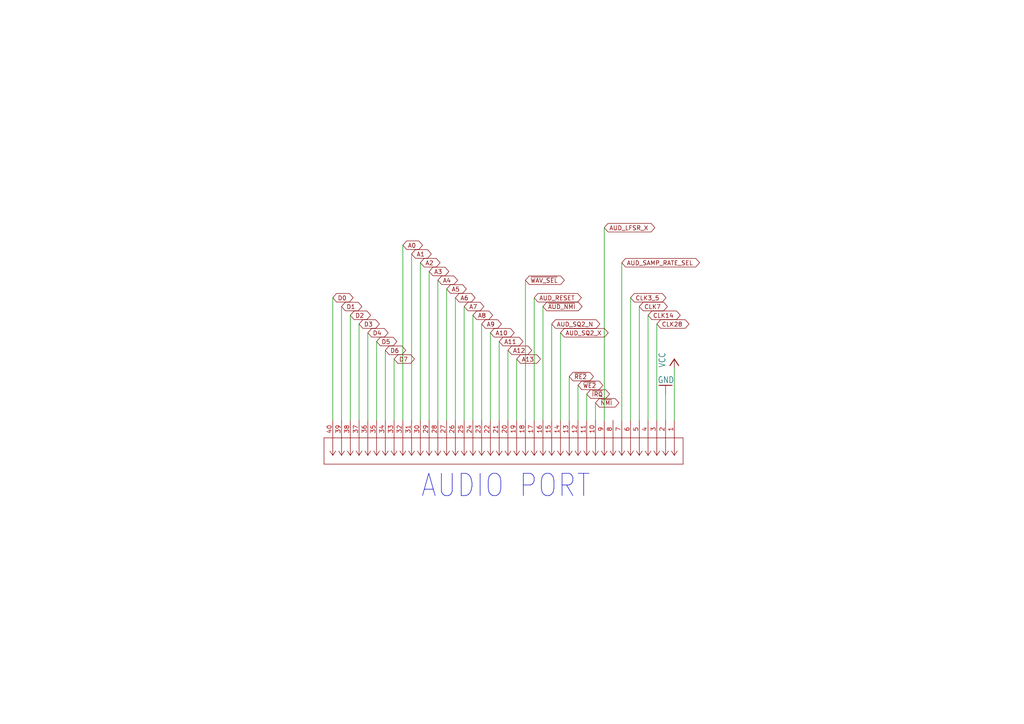
<source format=kicad_sch>
(kicad_sch
	(version 20250114)
	(generator "eeschema")
	(generator_version "9.0")
	(uuid "c1d1ebb6-9798-4ea4-a159-1e6408d880f5")
	(paper "A4")
	(lib_symbols
		(symbol "cpu-blitter-inputs-eagle-import:GND"
			(power)
			(exclude_from_sim no)
			(in_bom yes)
			(on_board yes)
			(property "Reference" "#GND"
				(at 0 0 0)
				(effects
					(font
						(size 1.27 1.27)
					)
					(hide yes)
				)
			)
			(property "Value" "GND"
				(at -2.54 -2.54 0)
				(effects
					(font
						(size 1.778 1.5113)
					)
					(justify left bottom)
				)
			)
			(property "Footprint" ""
				(at 0 0 0)
				(effects
					(font
						(size 1.27 1.27)
					)
					(hide yes)
				)
			)
			(property "Datasheet" ""
				(at 0 0 0)
				(effects
					(font
						(size 1.27 1.27)
					)
					(hide yes)
				)
			)
			(property "Description" ""
				(at 0 0 0)
				(effects
					(font
						(size 1.27 1.27)
					)
					(hide yes)
				)
			)
			(property "ki_locked" ""
				(at 0 0 0)
				(effects
					(font
						(size 1.27 1.27)
					)
				)
			)
			(symbol "GND_1_0"
				(polyline
					(pts
						(xy -1.905 0) (xy 1.905 0)
					)
					(stroke
						(width 0.254)
						(type solid)
					)
					(fill
						(type none)
					)
				)
				(pin power_in line
					(at 0 2.54 270)
					(length 2.54)
					(name "GND"
						(effects
							(font
								(size 0 0)
							)
						)
					)
					(number "1"
						(effects
							(font
								(size 0 0)
							)
						)
					)
				)
			)
			(embedded_fonts no)
		)
		(symbol "cpu-blitter-inputs-eagle-import:TX24-40R-12ST-H1E"
			(exclude_from_sim no)
			(in_bom yes)
			(on_board yes)
			(property "Reference" "J"
				(at 4.1656 5.3086 0)
				(effects
					(font
						(size 2.0828 1.7703)
					)
					(justify left bottom)
					(hide yes)
				)
			)
			(property "Value" ""
				(at 0 0 0)
				(effects
					(font
						(size 1.27 1.27)
					)
					(hide yes)
				)
			)
			(property "Footprint" "cpu-blitter-inputs:CON40_2X20_MU_TX24_JAE"
				(at 0 0 0)
				(effects
					(font
						(size 1.27 1.27)
					)
					(hide yes)
				)
			)
			(property "Datasheet" ""
				(at 0 0 0)
				(effects
					(font
						(size 1.27 1.27)
					)
					(hide yes)
				)
			)
			(property "Description" ""
				(at 0 0 0)
				(effects
					(font
						(size 1.27 1.27)
					)
					(hide yes)
				)
			)
			(property "ki_locked" ""
				(at 0 0 0)
				(effects
					(font
						(size 1.27 1.27)
					)
				)
			)
			(symbol "TX24-40R-12ST-H1E_1_0"
				(polyline
					(pts
						(xy 5.08 2.54) (xy 5.08 -101.6)
					)
					(stroke
						(width 0.1524)
						(type solid)
					)
					(fill
						(type none)
					)
				)
				(polyline
					(pts
						(xy 5.08 -101.6) (xy 12.7 -101.6)
					)
					(stroke
						(width 0.1524)
						(type solid)
					)
					(fill
						(type none)
					)
				)
				(polyline
					(pts
						(xy 10.16 0) (xy 5.08 0)
					)
					(stroke
						(width 0.1524)
						(type solid)
					)
					(fill
						(type none)
					)
				)
				(polyline
					(pts
						(xy 10.16 0) (xy 8.89 0.8382)
					)
					(stroke
						(width 0.1524)
						(type solid)
					)
					(fill
						(type none)
					)
				)
				(polyline
					(pts
						(xy 10.16 0) (xy 8.89 -0.8382)
					)
					(stroke
						(width 0.1524)
						(type solid)
					)
					(fill
						(type none)
					)
				)
				(polyline
					(pts
						(xy 10.16 -2.54) (xy 5.08 -2.54)
					)
					(stroke
						(width 0.1524)
						(type solid)
					)
					(fill
						(type none)
					)
				)
				(polyline
					(pts
						(xy 10.16 -2.54) (xy 8.89 -1.7018)
					)
					(stroke
						(width 0.1524)
						(type solid)
					)
					(fill
						(type none)
					)
				)
				(polyline
					(pts
						(xy 10.16 -2.54) (xy 8.89 -3.3782)
					)
					(stroke
						(width 0.1524)
						(type solid)
					)
					(fill
						(type none)
					)
				)
				(polyline
					(pts
						(xy 10.16 -5.08) (xy 5.08 -5.08)
					)
					(stroke
						(width 0.1524)
						(type solid)
					)
					(fill
						(type none)
					)
				)
				(polyline
					(pts
						(xy 10.16 -5.08) (xy 8.89 -4.2418)
					)
					(stroke
						(width 0.1524)
						(type solid)
					)
					(fill
						(type none)
					)
				)
				(polyline
					(pts
						(xy 10.16 -5.08) (xy 8.89 -5.9182)
					)
					(stroke
						(width 0.1524)
						(type solid)
					)
					(fill
						(type none)
					)
				)
				(polyline
					(pts
						(xy 10.16 -7.62) (xy 5.08 -7.62)
					)
					(stroke
						(width 0.1524)
						(type solid)
					)
					(fill
						(type none)
					)
				)
				(polyline
					(pts
						(xy 10.16 -7.62) (xy 8.89 -6.7818)
					)
					(stroke
						(width 0.1524)
						(type solid)
					)
					(fill
						(type none)
					)
				)
				(polyline
					(pts
						(xy 10.16 -7.62) (xy 8.89 -8.4582)
					)
					(stroke
						(width 0.1524)
						(type solid)
					)
					(fill
						(type none)
					)
				)
				(polyline
					(pts
						(xy 10.16 -10.16) (xy 5.08 -10.16)
					)
					(stroke
						(width 0.1524)
						(type solid)
					)
					(fill
						(type none)
					)
				)
				(polyline
					(pts
						(xy 10.16 -10.16) (xy 8.89 -9.3218)
					)
					(stroke
						(width 0.1524)
						(type solid)
					)
					(fill
						(type none)
					)
				)
				(polyline
					(pts
						(xy 10.16 -10.16) (xy 8.89 -10.9982)
					)
					(stroke
						(width 0.1524)
						(type solid)
					)
					(fill
						(type none)
					)
				)
				(polyline
					(pts
						(xy 10.16 -12.7) (xy 5.08 -12.7)
					)
					(stroke
						(width 0.1524)
						(type solid)
					)
					(fill
						(type none)
					)
				)
				(polyline
					(pts
						(xy 10.16 -12.7) (xy 8.89 -11.8618)
					)
					(stroke
						(width 0.1524)
						(type solid)
					)
					(fill
						(type none)
					)
				)
				(polyline
					(pts
						(xy 10.16 -12.7) (xy 8.89 -13.5382)
					)
					(stroke
						(width 0.1524)
						(type solid)
					)
					(fill
						(type none)
					)
				)
				(polyline
					(pts
						(xy 10.16 -15.24) (xy 5.08 -15.24)
					)
					(stroke
						(width 0.1524)
						(type solid)
					)
					(fill
						(type none)
					)
				)
				(polyline
					(pts
						(xy 10.16 -15.24) (xy 8.89 -14.4018)
					)
					(stroke
						(width 0.1524)
						(type solid)
					)
					(fill
						(type none)
					)
				)
				(polyline
					(pts
						(xy 10.16 -15.24) (xy 8.89 -16.0782)
					)
					(stroke
						(width 0.1524)
						(type solid)
					)
					(fill
						(type none)
					)
				)
				(polyline
					(pts
						(xy 10.16 -17.78) (xy 5.08 -17.78)
					)
					(stroke
						(width 0.1524)
						(type solid)
					)
					(fill
						(type none)
					)
				)
				(polyline
					(pts
						(xy 10.16 -17.78) (xy 8.89 -16.9418)
					)
					(stroke
						(width 0.1524)
						(type solid)
					)
					(fill
						(type none)
					)
				)
				(polyline
					(pts
						(xy 10.16 -17.78) (xy 8.89 -18.6182)
					)
					(stroke
						(width 0.1524)
						(type solid)
					)
					(fill
						(type none)
					)
				)
				(polyline
					(pts
						(xy 10.16 -20.32) (xy 5.08 -20.32)
					)
					(stroke
						(width 0.1524)
						(type solid)
					)
					(fill
						(type none)
					)
				)
				(polyline
					(pts
						(xy 10.16 -20.32) (xy 8.89 -19.4818)
					)
					(stroke
						(width 0.1524)
						(type solid)
					)
					(fill
						(type none)
					)
				)
				(polyline
					(pts
						(xy 10.16 -20.32) (xy 8.89 -21.1582)
					)
					(stroke
						(width 0.1524)
						(type solid)
					)
					(fill
						(type none)
					)
				)
				(polyline
					(pts
						(xy 10.16 -22.86) (xy 5.08 -22.86)
					)
					(stroke
						(width 0.1524)
						(type solid)
					)
					(fill
						(type none)
					)
				)
				(polyline
					(pts
						(xy 10.16 -22.86) (xy 8.89 -22.0218)
					)
					(stroke
						(width 0.1524)
						(type solid)
					)
					(fill
						(type none)
					)
				)
				(polyline
					(pts
						(xy 10.16 -22.86) (xy 8.89 -23.6982)
					)
					(stroke
						(width 0.1524)
						(type solid)
					)
					(fill
						(type none)
					)
				)
				(polyline
					(pts
						(xy 10.16 -25.4) (xy 5.08 -25.4)
					)
					(stroke
						(width 0.1524)
						(type solid)
					)
					(fill
						(type none)
					)
				)
				(polyline
					(pts
						(xy 10.16 -25.4) (xy 8.89 -24.5618)
					)
					(stroke
						(width 0.1524)
						(type solid)
					)
					(fill
						(type none)
					)
				)
				(polyline
					(pts
						(xy 10.16 -25.4) (xy 8.89 -26.2382)
					)
					(stroke
						(width 0.1524)
						(type solid)
					)
					(fill
						(type none)
					)
				)
				(polyline
					(pts
						(xy 10.16 -27.94) (xy 5.08 -27.94)
					)
					(stroke
						(width 0.1524)
						(type solid)
					)
					(fill
						(type none)
					)
				)
				(polyline
					(pts
						(xy 10.16 -27.94) (xy 8.89 -27.1018)
					)
					(stroke
						(width 0.1524)
						(type solid)
					)
					(fill
						(type none)
					)
				)
				(polyline
					(pts
						(xy 10.16 -27.94) (xy 8.89 -28.7782)
					)
					(stroke
						(width 0.1524)
						(type solid)
					)
					(fill
						(type none)
					)
				)
				(polyline
					(pts
						(xy 10.16 -30.48) (xy 5.08 -30.48)
					)
					(stroke
						(width 0.1524)
						(type solid)
					)
					(fill
						(type none)
					)
				)
				(polyline
					(pts
						(xy 10.16 -30.48) (xy 8.89 -29.6418)
					)
					(stroke
						(width 0.1524)
						(type solid)
					)
					(fill
						(type none)
					)
				)
				(polyline
					(pts
						(xy 10.16 -30.48) (xy 8.89 -31.3182)
					)
					(stroke
						(width 0.1524)
						(type solid)
					)
					(fill
						(type none)
					)
				)
				(polyline
					(pts
						(xy 10.16 -33.02) (xy 5.08 -33.02)
					)
					(stroke
						(width 0.1524)
						(type solid)
					)
					(fill
						(type none)
					)
				)
				(polyline
					(pts
						(xy 10.16 -33.02) (xy 8.89 -32.1818)
					)
					(stroke
						(width 0.1524)
						(type solid)
					)
					(fill
						(type none)
					)
				)
				(polyline
					(pts
						(xy 10.16 -33.02) (xy 8.89 -33.8582)
					)
					(stroke
						(width 0.1524)
						(type solid)
					)
					(fill
						(type none)
					)
				)
				(polyline
					(pts
						(xy 10.16 -35.56) (xy 5.08 -35.56)
					)
					(stroke
						(width 0.1524)
						(type solid)
					)
					(fill
						(type none)
					)
				)
				(polyline
					(pts
						(xy 10.16 -35.56) (xy 8.89 -34.7218)
					)
					(stroke
						(width 0.1524)
						(type solid)
					)
					(fill
						(type none)
					)
				)
				(polyline
					(pts
						(xy 10.16 -35.56) (xy 8.89 -36.3982)
					)
					(stroke
						(width 0.1524)
						(type solid)
					)
					(fill
						(type none)
					)
				)
				(polyline
					(pts
						(xy 10.16 -38.1) (xy 5.08 -38.1)
					)
					(stroke
						(width 0.1524)
						(type solid)
					)
					(fill
						(type none)
					)
				)
				(polyline
					(pts
						(xy 10.16 -38.1) (xy 8.89 -37.2618)
					)
					(stroke
						(width 0.1524)
						(type solid)
					)
					(fill
						(type none)
					)
				)
				(polyline
					(pts
						(xy 10.16 -38.1) (xy 8.89 -38.9382)
					)
					(stroke
						(width 0.1524)
						(type solid)
					)
					(fill
						(type none)
					)
				)
				(polyline
					(pts
						(xy 10.16 -40.64) (xy 5.08 -40.64)
					)
					(stroke
						(width 0.1524)
						(type solid)
					)
					(fill
						(type none)
					)
				)
				(polyline
					(pts
						(xy 10.16 -40.64) (xy 8.89 -39.8018)
					)
					(stroke
						(width 0.1524)
						(type solid)
					)
					(fill
						(type none)
					)
				)
				(polyline
					(pts
						(xy 10.16 -40.64) (xy 8.89 -41.4782)
					)
					(stroke
						(width 0.1524)
						(type solid)
					)
					(fill
						(type none)
					)
				)
				(polyline
					(pts
						(xy 10.16 -43.18) (xy 5.08 -43.18)
					)
					(stroke
						(width 0.1524)
						(type solid)
					)
					(fill
						(type none)
					)
				)
				(polyline
					(pts
						(xy 10.16 -43.18) (xy 8.89 -42.3418)
					)
					(stroke
						(width 0.1524)
						(type solid)
					)
					(fill
						(type none)
					)
				)
				(polyline
					(pts
						(xy 10.16 -43.18) (xy 8.89 -44.0182)
					)
					(stroke
						(width 0.1524)
						(type solid)
					)
					(fill
						(type none)
					)
				)
				(polyline
					(pts
						(xy 10.16 -45.72) (xy 5.08 -45.72)
					)
					(stroke
						(width 0.1524)
						(type solid)
					)
					(fill
						(type none)
					)
				)
				(polyline
					(pts
						(xy 10.16 -45.72) (xy 8.89 -44.8818)
					)
					(stroke
						(width 0.1524)
						(type solid)
					)
					(fill
						(type none)
					)
				)
				(polyline
					(pts
						(xy 10.16 -45.72) (xy 8.89 -46.5582)
					)
					(stroke
						(width 0.1524)
						(type solid)
					)
					(fill
						(type none)
					)
				)
				(polyline
					(pts
						(xy 10.16 -48.26) (xy 5.08 -48.26)
					)
					(stroke
						(width 0.1524)
						(type solid)
					)
					(fill
						(type none)
					)
				)
				(polyline
					(pts
						(xy 10.16 -48.26) (xy 8.89 -47.4218)
					)
					(stroke
						(width 0.1524)
						(type solid)
					)
					(fill
						(type none)
					)
				)
				(polyline
					(pts
						(xy 10.16 -48.26) (xy 8.89 -49.0982)
					)
					(stroke
						(width 0.1524)
						(type solid)
					)
					(fill
						(type none)
					)
				)
				(polyline
					(pts
						(xy 10.16 -50.8) (xy 5.08 -50.8)
					)
					(stroke
						(width 0.1524)
						(type solid)
					)
					(fill
						(type none)
					)
				)
				(polyline
					(pts
						(xy 10.16 -50.8) (xy 8.89 -49.9618)
					)
					(stroke
						(width 0.1524)
						(type solid)
					)
					(fill
						(type none)
					)
				)
				(polyline
					(pts
						(xy 10.16 -50.8) (xy 8.89 -51.6382)
					)
					(stroke
						(width 0.1524)
						(type solid)
					)
					(fill
						(type none)
					)
				)
				(polyline
					(pts
						(xy 10.16 -53.34) (xy 5.08 -53.34)
					)
					(stroke
						(width 0.1524)
						(type solid)
					)
					(fill
						(type none)
					)
				)
				(polyline
					(pts
						(xy 10.16 -53.34) (xy 8.89 -52.5018)
					)
					(stroke
						(width 0.1524)
						(type solid)
					)
					(fill
						(type none)
					)
				)
				(polyline
					(pts
						(xy 10.16 -53.34) (xy 8.89 -54.1782)
					)
					(stroke
						(width 0.1524)
						(type solid)
					)
					(fill
						(type none)
					)
				)
				(polyline
					(pts
						(xy 10.16 -55.88) (xy 5.08 -55.88)
					)
					(stroke
						(width 0.1524)
						(type solid)
					)
					(fill
						(type none)
					)
				)
				(polyline
					(pts
						(xy 10.16 -55.88) (xy 8.89 -55.0418)
					)
					(stroke
						(width 0.1524)
						(type solid)
					)
					(fill
						(type none)
					)
				)
				(polyline
					(pts
						(xy 10.16 -55.88) (xy 8.89 -56.7182)
					)
					(stroke
						(width 0.1524)
						(type solid)
					)
					(fill
						(type none)
					)
				)
				(polyline
					(pts
						(xy 10.16 -58.42) (xy 5.08 -58.42)
					)
					(stroke
						(width 0.1524)
						(type solid)
					)
					(fill
						(type none)
					)
				)
				(polyline
					(pts
						(xy 10.16 -58.42) (xy 8.89 -57.5818)
					)
					(stroke
						(width 0.1524)
						(type solid)
					)
					(fill
						(type none)
					)
				)
				(polyline
					(pts
						(xy 10.16 -58.42) (xy 8.89 -59.2582)
					)
					(stroke
						(width 0.1524)
						(type solid)
					)
					(fill
						(type none)
					)
				)
				(polyline
					(pts
						(xy 10.16 -60.96) (xy 5.08 -60.96)
					)
					(stroke
						(width 0.1524)
						(type solid)
					)
					(fill
						(type none)
					)
				)
				(polyline
					(pts
						(xy 10.16 -60.96) (xy 8.89 -60.1218)
					)
					(stroke
						(width 0.1524)
						(type solid)
					)
					(fill
						(type none)
					)
				)
				(polyline
					(pts
						(xy 10.16 -60.96) (xy 8.89 -61.7982)
					)
					(stroke
						(width 0.1524)
						(type solid)
					)
					(fill
						(type none)
					)
				)
				(polyline
					(pts
						(xy 10.16 -63.5) (xy 5.08 -63.5)
					)
					(stroke
						(width 0.1524)
						(type solid)
					)
					(fill
						(type none)
					)
				)
				(polyline
					(pts
						(xy 10.16 -63.5) (xy 8.89 -62.6618)
					)
					(stroke
						(width 0.1524)
						(type solid)
					)
					(fill
						(type none)
					)
				)
				(polyline
					(pts
						(xy 10.16 -63.5) (xy 8.89 -64.3382)
					)
					(stroke
						(width 0.1524)
						(type solid)
					)
					(fill
						(type none)
					)
				)
				(polyline
					(pts
						(xy 10.16 -66.04) (xy 5.08 -66.04)
					)
					(stroke
						(width 0.1524)
						(type solid)
					)
					(fill
						(type none)
					)
				)
				(polyline
					(pts
						(xy 10.16 -66.04) (xy 8.89 -65.2018)
					)
					(stroke
						(width 0.1524)
						(type solid)
					)
					(fill
						(type none)
					)
				)
				(polyline
					(pts
						(xy 10.16 -66.04) (xy 8.89 -66.8782)
					)
					(stroke
						(width 0.1524)
						(type solid)
					)
					(fill
						(type none)
					)
				)
				(polyline
					(pts
						(xy 10.16 -68.58) (xy 5.08 -68.58)
					)
					(stroke
						(width 0.1524)
						(type solid)
					)
					(fill
						(type none)
					)
				)
				(polyline
					(pts
						(xy 10.16 -68.58) (xy 8.89 -67.7418)
					)
					(stroke
						(width 0.1524)
						(type solid)
					)
					(fill
						(type none)
					)
				)
				(polyline
					(pts
						(xy 10.16 -68.58) (xy 8.89 -69.4182)
					)
					(stroke
						(width 0.1524)
						(type solid)
					)
					(fill
						(type none)
					)
				)
				(polyline
					(pts
						(xy 10.16 -71.12) (xy 5.08 -71.12)
					)
					(stroke
						(width 0.1524)
						(type solid)
					)
					(fill
						(type none)
					)
				)
				(polyline
					(pts
						(xy 10.16 -71.12) (xy 8.89 -70.2818)
					)
					(stroke
						(width 0.1524)
						(type solid)
					)
					(fill
						(type none)
					)
				)
				(polyline
					(pts
						(xy 10.16 -71.12) (xy 8.89 -71.9582)
					)
					(stroke
						(width 0.1524)
						(type solid)
					)
					(fill
						(type none)
					)
				)
				(polyline
					(pts
						(xy 10.16 -73.66) (xy 5.08 -73.66)
					)
					(stroke
						(width 0.1524)
						(type solid)
					)
					(fill
						(type none)
					)
				)
				(polyline
					(pts
						(xy 10.16 -73.66) (xy 8.89 -72.8218)
					)
					(stroke
						(width 0.1524)
						(type solid)
					)
					(fill
						(type none)
					)
				)
				(polyline
					(pts
						(xy 10.16 -73.66) (xy 8.89 -74.4982)
					)
					(stroke
						(width 0.1524)
						(type solid)
					)
					(fill
						(type none)
					)
				)
				(polyline
					(pts
						(xy 10.16 -76.2) (xy 5.08 -76.2)
					)
					(stroke
						(width 0.1524)
						(type solid)
					)
					(fill
						(type none)
					)
				)
				(polyline
					(pts
						(xy 10.16 -76.2) (xy 8.89 -75.3618)
					)
					(stroke
						(width 0.1524)
						(type solid)
					)
					(fill
						(type none)
					)
				)
				(polyline
					(pts
						(xy 10.16 -76.2) (xy 8.89 -77.0382)
					)
					(stroke
						(width 0.1524)
						(type solid)
					)
					(fill
						(type none)
					)
				)
				(polyline
					(pts
						(xy 10.16 -78.74) (xy 5.08 -78.74)
					)
					(stroke
						(width 0.1524)
						(type solid)
					)
					(fill
						(type none)
					)
				)
				(polyline
					(pts
						(xy 10.16 -78.74) (xy 8.89 -77.9018)
					)
					(stroke
						(width 0.1524)
						(type solid)
					)
					(fill
						(type none)
					)
				)
				(polyline
					(pts
						(xy 10.16 -78.74) (xy 8.89 -79.5782)
					)
					(stroke
						(width 0.1524)
						(type solid)
					)
					(fill
						(type none)
					)
				)
				(polyline
					(pts
						(xy 10.16 -81.28) (xy 5.08 -81.28)
					)
					(stroke
						(width 0.1524)
						(type solid)
					)
					(fill
						(type none)
					)
				)
				(polyline
					(pts
						(xy 10.16 -81.28) (xy 8.89 -80.4418)
					)
					(stroke
						(width 0.1524)
						(type solid)
					)
					(fill
						(type none)
					)
				)
				(polyline
					(pts
						(xy 10.16 -81.28) (xy 8.89 -82.1182)
					)
					(stroke
						(width 0.1524)
						(type solid)
					)
					(fill
						(type none)
					)
				)
				(polyline
					(pts
						(xy 10.16 -83.82) (xy 5.08 -83.82)
					)
					(stroke
						(width 0.1524)
						(type solid)
					)
					(fill
						(type none)
					)
				)
				(polyline
					(pts
						(xy 10.16 -83.82) (xy 8.89 -82.9818)
					)
					(stroke
						(width 0.1524)
						(type solid)
					)
					(fill
						(type none)
					)
				)
				(polyline
					(pts
						(xy 10.16 -83.82) (xy 8.89 -84.6582)
					)
					(stroke
						(width 0.1524)
						(type solid)
					)
					(fill
						(type none)
					)
				)
				(polyline
					(pts
						(xy 10.16 -86.36) (xy 5.08 -86.36)
					)
					(stroke
						(width 0.1524)
						(type solid)
					)
					(fill
						(type none)
					)
				)
				(polyline
					(pts
						(xy 10.16 -86.36) (xy 8.89 -85.5218)
					)
					(stroke
						(width 0.1524)
						(type solid)
					)
					(fill
						(type none)
					)
				)
				(polyline
					(pts
						(xy 10.16 -86.36) (xy 8.89 -87.1982)
					)
					(stroke
						(width 0.1524)
						(type solid)
					)
					(fill
						(type none)
					)
				)
				(polyline
					(pts
						(xy 10.16 -88.9) (xy 5.08 -88.9)
					)
					(stroke
						(width 0.1524)
						(type solid)
					)
					(fill
						(type none)
					)
				)
				(polyline
					(pts
						(xy 10.16 -88.9) (xy 8.89 -88.0618)
					)
					(stroke
						(width 0.1524)
						(type solid)
					)
					(fill
						(type none)
					)
				)
				(polyline
					(pts
						(xy 10.16 -88.9) (xy 8.89 -89.7382)
					)
					(stroke
						(width 0.1524)
						(type solid)
					)
					(fill
						(type none)
					)
				)
				(polyline
					(pts
						(xy 10.16 -91.44) (xy 5.08 -91.44)
					)
					(stroke
						(width 0.1524)
						(type solid)
					)
					(fill
						(type none)
					)
				)
				(polyline
					(pts
						(xy 10.16 -91.44) (xy 8.89 -90.6018)
					)
					(stroke
						(width 0.1524)
						(type solid)
					)
					(fill
						(type none)
					)
				)
				(polyline
					(pts
						(xy 10.16 -91.44) (xy 8.89 -92.2782)
					)
					(stroke
						(width 0.1524)
						(type solid)
					)
					(fill
						(type none)
					)
				)
				(polyline
					(pts
						(xy 10.16 -93.98) (xy 5.08 -93.98)
					)
					(stroke
						(width 0.1524)
						(type solid)
					)
					(fill
						(type none)
					)
				)
				(polyline
					(pts
						(xy 10.16 -93.98) (xy 8.89 -93.1418)
					)
					(stroke
						(width 0.1524)
						(type solid)
					)
					(fill
						(type none)
					)
				)
				(polyline
					(pts
						(xy 10.16 -93.98) (xy 8.89 -94.8182)
					)
					(stroke
						(width 0.1524)
						(type solid)
					)
					(fill
						(type none)
					)
				)
				(polyline
					(pts
						(xy 10.16 -96.52) (xy 5.08 -96.52)
					)
					(stroke
						(width 0.1524)
						(type solid)
					)
					(fill
						(type none)
					)
				)
				(polyline
					(pts
						(xy 10.16 -96.52) (xy 8.89 -95.6818)
					)
					(stroke
						(width 0.1524)
						(type solid)
					)
					(fill
						(type none)
					)
				)
				(polyline
					(pts
						(xy 10.16 -96.52) (xy 8.89 -97.3582)
					)
					(stroke
						(width 0.1524)
						(type solid)
					)
					(fill
						(type none)
					)
				)
				(polyline
					(pts
						(xy 10.16 -99.06) (xy 5.08 -99.06)
					)
					(stroke
						(width 0.1524)
						(type solid)
					)
					(fill
						(type none)
					)
				)
				(polyline
					(pts
						(xy 10.16 -99.06) (xy 8.89 -98.2218)
					)
					(stroke
						(width 0.1524)
						(type solid)
					)
					(fill
						(type none)
					)
				)
				(polyline
					(pts
						(xy 10.16 -99.06) (xy 8.89 -99.8982)
					)
					(stroke
						(width 0.1524)
						(type solid)
					)
					(fill
						(type none)
					)
				)
				(polyline
					(pts
						(xy 12.7 2.54) (xy 5.08 2.54)
					)
					(stroke
						(width 0.1524)
						(type solid)
					)
					(fill
						(type none)
					)
				)
				(polyline
					(pts
						(xy 12.7 -101.6) (xy 12.7 2.54)
					)
					(stroke
						(width 0.1524)
						(type solid)
					)
					(fill
						(type none)
					)
				)
				(pin passive line
					(at 0 0 0)
					(length 5.08)
					(name "1"
						(effects
							(font
								(size 0 0)
							)
						)
					)
					(number "1"
						(effects
							(font
								(size 1.27 1.27)
							)
						)
					)
				)
				(pin passive line
					(at 0 -2.54 0)
					(length 5.08)
					(name "2"
						(effects
							(font
								(size 0 0)
							)
						)
					)
					(number "2"
						(effects
							(font
								(size 1.27 1.27)
							)
						)
					)
				)
				(pin passive line
					(at 0 -5.08 0)
					(length 5.08)
					(name "3"
						(effects
							(font
								(size 0 0)
							)
						)
					)
					(number "3"
						(effects
							(font
								(size 1.27 1.27)
							)
						)
					)
				)
				(pin passive line
					(at 0 -7.62 0)
					(length 5.08)
					(name "4"
						(effects
							(font
								(size 0 0)
							)
						)
					)
					(number "4"
						(effects
							(font
								(size 1.27 1.27)
							)
						)
					)
				)
				(pin passive line
					(at 0 -10.16 0)
					(length 5.08)
					(name "5"
						(effects
							(font
								(size 0 0)
							)
						)
					)
					(number "5"
						(effects
							(font
								(size 1.27 1.27)
							)
						)
					)
				)
				(pin passive line
					(at 0 -12.7 0)
					(length 5.08)
					(name "6"
						(effects
							(font
								(size 0 0)
							)
						)
					)
					(number "6"
						(effects
							(font
								(size 1.27 1.27)
							)
						)
					)
				)
				(pin passive line
					(at 0 -15.24 0)
					(length 5.08)
					(name "7"
						(effects
							(font
								(size 0 0)
							)
						)
					)
					(number "7"
						(effects
							(font
								(size 1.27 1.27)
							)
						)
					)
				)
				(pin passive line
					(at 0 -17.78 0)
					(length 5.08)
					(name "8"
						(effects
							(font
								(size 0 0)
							)
						)
					)
					(number "8"
						(effects
							(font
								(size 1.27 1.27)
							)
						)
					)
				)
				(pin passive line
					(at 0 -20.32 0)
					(length 5.08)
					(name "9"
						(effects
							(font
								(size 0 0)
							)
						)
					)
					(number "9"
						(effects
							(font
								(size 1.27 1.27)
							)
						)
					)
				)
				(pin passive line
					(at 0 -22.86 0)
					(length 5.08)
					(name "10"
						(effects
							(font
								(size 0 0)
							)
						)
					)
					(number "10"
						(effects
							(font
								(size 1.27 1.27)
							)
						)
					)
				)
				(pin passive line
					(at 0 -25.4 0)
					(length 5.08)
					(name "11"
						(effects
							(font
								(size 0 0)
							)
						)
					)
					(number "11"
						(effects
							(font
								(size 1.27 1.27)
							)
						)
					)
				)
				(pin passive line
					(at 0 -27.94 0)
					(length 5.08)
					(name "12"
						(effects
							(font
								(size 0 0)
							)
						)
					)
					(number "12"
						(effects
							(font
								(size 1.27 1.27)
							)
						)
					)
				)
				(pin passive line
					(at 0 -30.48 0)
					(length 5.08)
					(name "13"
						(effects
							(font
								(size 0 0)
							)
						)
					)
					(number "13"
						(effects
							(font
								(size 1.27 1.27)
							)
						)
					)
				)
				(pin passive line
					(at 0 -33.02 0)
					(length 5.08)
					(name "14"
						(effects
							(font
								(size 0 0)
							)
						)
					)
					(number "14"
						(effects
							(font
								(size 1.27 1.27)
							)
						)
					)
				)
				(pin passive line
					(at 0 -35.56 0)
					(length 5.08)
					(name "15"
						(effects
							(font
								(size 0 0)
							)
						)
					)
					(number "15"
						(effects
							(font
								(size 1.27 1.27)
							)
						)
					)
				)
				(pin passive line
					(at 0 -38.1 0)
					(length 5.08)
					(name "16"
						(effects
							(font
								(size 0 0)
							)
						)
					)
					(number "16"
						(effects
							(font
								(size 1.27 1.27)
							)
						)
					)
				)
				(pin passive line
					(at 0 -40.64 0)
					(length 5.08)
					(name "17"
						(effects
							(font
								(size 0 0)
							)
						)
					)
					(number "17"
						(effects
							(font
								(size 1.27 1.27)
							)
						)
					)
				)
				(pin passive line
					(at 0 -43.18 0)
					(length 5.08)
					(name "18"
						(effects
							(font
								(size 0 0)
							)
						)
					)
					(number "18"
						(effects
							(font
								(size 1.27 1.27)
							)
						)
					)
				)
				(pin passive line
					(at 0 -45.72 0)
					(length 5.08)
					(name "19"
						(effects
							(font
								(size 0 0)
							)
						)
					)
					(number "19"
						(effects
							(font
								(size 1.27 1.27)
							)
						)
					)
				)
				(pin passive line
					(at 0 -48.26 0)
					(length 5.08)
					(name "20"
						(effects
							(font
								(size 0 0)
							)
						)
					)
					(number "20"
						(effects
							(font
								(size 1.27 1.27)
							)
						)
					)
				)
				(pin passive line
					(at 0 -50.8 0)
					(length 5.08)
					(name "21"
						(effects
							(font
								(size 0 0)
							)
						)
					)
					(number "21"
						(effects
							(font
								(size 1.27 1.27)
							)
						)
					)
				)
				(pin passive line
					(at 0 -53.34 0)
					(length 5.08)
					(name "22"
						(effects
							(font
								(size 0 0)
							)
						)
					)
					(number "22"
						(effects
							(font
								(size 1.27 1.27)
							)
						)
					)
				)
				(pin passive line
					(at 0 -55.88 0)
					(length 5.08)
					(name "23"
						(effects
							(font
								(size 0 0)
							)
						)
					)
					(number "23"
						(effects
							(font
								(size 1.27 1.27)
							)
						)
					)
				)
				(pin passive line
					(at 0 -58.42 0)
					(length 5.08)
					(name "24"
						(effects
							(font
								(size 0 0)
							)
						)
					)
					(number "24"
						(effects
							(font
								(size 1.27 1.27)
							)
						)
					)
				)
				(pin passive line
					(at 0 -60.96 0)
					(length 5.08)
					(name "25"
						(effects
							(font
								(size 0 0)
							)
						)
					)
					(number "25"
						(effects
							(font
								(size 1.27 1.27)
							)
						)
					)
				)
				(pin passive line
					(at 0 -63.5 0)
					(length 5.08)
					(name "26"
						(effects
							(font
								(size 0 0)
							)
						)
					)
					(number "26"
						(effects
							(font
								(size 1.27 1.27)
							)
						)
					)
				)
				(pin passive line
					(at 0 -66.04 0)
					(length 5.08)
					(name "27"
						(effects
							(font
								(size 0 0)
							)
						)
					)
					(number "27"
						(effects
							(font
								(size 1.27 1.27)
							)
						)
					)
				)
				(pin passive line
					(at 0 -68.58 0)
					(length 5.08)
					(name "28"
						(effects
							(font
								(size 0 0)
							)
						)
					)
					(number "28"
						(effects
							(font
								(size 1.27 1.27)
							)
						)
					)
				)
				(pin passive line
					(at 0 -71.12 0)
					(length 5.08)
					(name "29"
						(effects
							(font
								(size 0 0)
							)
						)
					)
					(number "29"
						(effects
							(font
								(size 1.27 1.27)
							)
						)
					)
				)
				(pin passive line
					(at 0 -73.66 0)
					(length 5.08)
					(name "30"
						(effects
							(font
								(size 0 0)
							)
						)
					)
					(number "30"
						(effects
							(font
								(size 1.27 1.27)
							)
						)
					)
				)
				(pin passive line
					(at 0 -76.2 0)
					(length 5.08)
					(name "31"
						(effects
							(font
								(size 0 0)
							)
						)
					)
					(number "31"
						(effects
							(font
								(size 1.27 1.27)
							)
						)
					)
				)
				(pin passive line
					(at 0 -78.74 0)
					(length 5.08)
					(name "32"
						(effects
							(font
								(size 0 0)
							)
						)
					)
					(number "32"
						(effects
							(font
								(size 1.27 1.27)
							)
						)
					)
				)
				(pin passive line
					(at 0 -81.28 0)
					(length 5.08)
					(name "33"
						(effects
							(font
								(size 0 0)
							)
						)
					)
					(number "33"
						(effects
							(font
								(size 1.27 1.27)
							)
						)
					)
				)
				(pin passive line
					(at 0 -83.82 0)
					(length 5.08)
					(name "34"
						(effects
							(font
								(size 0 0)
							)
						)
					)
					(number "34"
						(effects
							(font
								(size 1.27 1.27)
							)
						)
					)
				)
				(pin passive line
					(at 0 -86.36 0)
					(length 5.08)
					(name "35"
						(effects
							(font
								(size 0 0)
							)
						)
					)
					(number "35"
						(effects
							(font
								(size 1.27 1.27)
							)
						)
					)
				)
				(pin passive line
					(at 0 -88.9 0)
					(length 5.08)
					(name "36"
						(effects
							(font
								(size 0 0)
							)
						)
					)
					(number "36"
						(effects
							(font
								(size 1.27 1.27)
							)
						)
					)
				)
				(pin passive line
					(at 0 -91.44 0)
					(length 5.08)
					(name "37"
						(effects
							(font
								(size 0 0)
							)
						)
					)
					(number "37"
						(effects
							(font
								(size 1.27 1.27)
							)
						)
					)
				)
				(pin passive line
					(at 0 -93.98 0)
					(length 5.08)
					(name "38"
						(effects
							(font
								(size 0 0)
							)
						)
					)
					(number "38"
						(effects
							(font
								(size 1.27 1.27)
							)
						)
					)
				)
				(pin passive line
					(at 0 -96.52 0)
					(length 5.08)
					(name "39"
						(effects
							(font
								(size 0 0)
							)
						)
					)
					(number "39"
						(effects
							(font
								(size 1.27 1.27)
							)
						)
					)
				)
				(pin passive line
					(at 0 -99.06 0)
					(length 5.08)
					(name "40"
						(effects
							(font
								(size 0 0)
							)
						)
					)
					(number "40"
						(effects
							(font
								(size 1.27 1.27)
							)
						)
					)
				)
			)
			(embedded_fonts no)
		)
		(symbol "cpu-blitter-inputs-eagle-import:VCC"
			(power)
			(exclude_from_sim no)
			(in_bom yes)
			(on_board yes)
			(property "Reference" "#P+"
				(at 0 0 0)
				(effects
					(font
						(size 1.27 1.27)
					)
					(hide yes)
				)
			)
			(property "Value" "VCC"
				(at -2.54 -2.54 90)
				(effects
					(font
						(size 1.778 1.5113)
					)
					(justify left bottom)
				)
			)
			(property "Footprint" ""
				(at 0 0 0)
				(effects
					(font
						(size 1.27 1.27)
					)
					(hide yes)
				)
			)
			(property "Datasheet" ""
				(at 0 0 0)
				(effects
					(font
						(size 1.27 1.27)
					)
					(hide yes)
				)
			)
			(property "Description" ""
				(at 0 0 0)
				(effects
					(font
						(size 1.27 1.27)
					)
					(hide yes)
				)
			)
			(property "ki_locked" ""
				(at 0 0 0)
				(effects
					(font
						(size 1.27 1.27)
					)
				)
			)
			(symbol "VCC_1_0"
				(polyline
					(pts
						(xy 0 0) (xy -1.27 -1.905)
					)
					(stroke
						(width 0.254)
						(type solid)
					)
					(fill
						(type none)
					)
				)
				(polyline
					(pts
						(xy 1.27 -1.905) (xy 0 0)
					)
					(stroke
						(width 0.254)
						(type solid)
					)
					(fill
						(type none)
					)
				)
				(pin power_in line
					(at 0 -2.54 90)
					(length 2.54)
					(name "VCC"
						(effects
							(font
								(size 0 0)
							)
						)
					)
					(number "1"
						(effects
							(font
								(size 0 0)
							)
						)
					)
				)
			)
			(embedded_fonts no)
		)
	)
	(text "AUDIO PORT"
		(exclude_from_sim no)
		(at 121.92 144.78 0)
		(effects
			(font
				(size 6.4516 5.4838)
			)
			(justify left bottom)
		)
		(uuid "b5c635aa-e471-440c-b4d9-9a4d9801043b")
	)
	(wire
		(pts
			(xy 127 121.92) (xy 127 81.28)
		)
		(stroke
			(width 0.1524)
			(type solid)
		)
		(uuid "0d7eb0d5-53ea-4b72-b5f4-834ee090b276")
	)
	(wire
		(pts
			(xy 149.86 121.92) (xy 149.86 104.14)
		)
		(stroke
			(width 0.1524)
			(type solid)
		)
		(uuid "104974af-853b-4715-b770-0583a56456e7")
	)
	(wire
		(pts
			(xy 193.04 121.92) (xy 193.04 114.3)
		)
		(stroke
			(width 0.1524)
			(type solid)
		)
		(uuid "15e4fff7-ffc9-4067-b2bd-db537fb17215")
	)
	(wire
		(pts
			(xy 185.42 121.92) (xy 185.42 88.9)
		)
		(stroke
			(width 0.1524)
			(type solid)
		)
		(uuid "1d4a4f05-1be8-497e-aa0f-9f46180f006f")
	)
	(wire
		(pts
			(xy 101.6 91.44) (xy 101.6 121.92)
		)
		(stroke
			(width 0.1524)
			(type solid)
		)
		(uuid "1de555f3-4a66-4ae2-be0d-f5ce061ac945")
	)
	(wire
		(pts
			(xy 152.4 121.92) (xy 152.4 81.28)
		)
		(stroke
			(width 0.1524)
			(type solid)
		)
		(uuid "3092ec0d-dbb4-42f7-b412-a77e0eb8f17b")
	)
	(wire
		(pts
			(xy 104.14 93.98) (xy 104.14 121.92)
		)
		(stroke
			(width 0.1524)
			(type solid)
		)
		(uuid "482c1394-1688-41a2-b220-f077928e1376")
	)
	(wire
		(pts
			(xy 195.58 121.92) (xy 195.58 106.68)
		)
		(stroke
			(width 0.1524)
			(type solid)
		)
		(uuid "4ac4e4a4-be1b-4c90-869e-15bf8277d81b")
	)
	(wire
		(pts
			(xy 147.32 121.92) (xy 147.32 101.6)
		)
		(stroke
			(width 0.1524)
			(type solid)
		)
		(uuid "50d4fdf1-43db-411e-9202-372d39873e49")
	)
	(wire
		(pts
			(xy 139.7 121.92) (xy 139.7 93.98)
		)
		(stroke
			(width 0.1524)
			(type solid)
		)
		(uuid "52723dc4-8bb6-41d1-b9c3-c9ce787ac76a")
	)
	(wire
		(pts
			(xy 162.56 121.92) (xy 162.56 96.52)
		)
		(stroke
			(width 0.1524)
			(type solid)
		)
		(uuid "5613c016-f0d1-46e2-b328-3b0cab2380a4")
	)
	(wire
		(pts
			(xy 129.54 121.92) (xy 129.54 83.82)
		)
		(stroke
			(width 0.1524)
			(type solid)
		)
		(uuid "5a794a4f-4bda-4029-b538-2c2ecdc8c9ab")
	)
	(wire
		(pts
			(xy 124.46 121.92) (xy 124.46 78.74)
		)
		(stroke
			(width 0.1524)
			(type solid)
		)
		(uuid "5c75e153-a8c6-4621-837c-952f7eaecda2")
	)
	(wire
		(pts
			(xy 182.88 121.92) (xy 182.88 86.36)
		)
		(stroke
			(width 0.1524)
			(type solid)
		)
		(uuid "60db0657-73f6-4878-ba8d-7321475a4f13")
	)
	(wire
		(pts
			(xy 187.96 121.92) (xy 187.96 91.44)
		)
		(stroke
			(width 0.1524)
			(type solid)
		)
		(uuid "6465df7f-2fc6-4da6-9161-3da7a6a12845")
	)
	(wire
		(pts
			(xy 111.76 101.6) (xy 111.76 121.92)
		)
		(stroke
			(width 0.1524)
			(type solid)
		)
		(uuid "775fe0a5-1837-468c-993b-5c8d2b7dae69")
	)
	(wire
		(pts
			(xy 121.92 121.92) (xy 121.92 76.2)
		)
		(stroke
			(width 0.1524)
			(type solid)
		)
		(uuid "7cf85b02-b742-4304-b7a7-606e775e6273")
	)
	(wire
		(pts
			(xy 144.78 121.92) (xy 144.78 99.06)
		)
		(stroke
			(width 0.1524)
			(type solid)
		)
		(uuid "8e7b9721-0a8a-498c-ad80-f9be0495de47")
	)
	(wire
		(pts
			(xy 96.52 86.36) (xy 96.52 121.92)
		)
		(stroke
			(width 0.1524)
			(type solid)
		)
		(uuid "92599743-f5fb-423d-9d86-13fdd553e99c")
	)
	(wire
		(pts
			(xy 170.18 121.92) (xy 170.18 114.3)
		)
		(stroke
			(width 0.1524)
			(type solid)
		)
		(uuid "9391de2e-0b57-48df-aa55-e7eee812170c")
	)
	(wire
		(pts
			(xy 132.08 121.92) (xy 132.08 86.36)
		)
		(stroke
			(width 0.1524)
			(type solid)
		)
		(uuid "9af6ea7d-ae11-41e6-8e09-53f8358bce9b")
	)
	(wire
		(pts
			(xy 137.16 121.92) (xy 137.16 91.44)
		)
		(stroke
			(width 0.1524)
			(type solid)
		)
		(uuid "a0531fa2-a515-4c72-a5f6-9ecdfb42add1")
	)
	(wire
		(pts
			(xy 99.06 88.9) (xy 99.06 121.92)
		)
		(stroke
			(width 0.1524)
			(type solid)
		)
		(uuid "ab271091-84b8-4870-8270-72278583c8f7")
	)
	(wire
		(pts
			(xy 134.62 121.92) (xy 134.62 88.9)
		)
		(stroke
			(width 0.1524)
			(type solid)
		)
		(uuid "b278bab6-e09f-433f-87d2-3d232751a40a")
	)
	(wire
		(pts
			(xy 190.5 121.92) (xy 190.5 93.98)
		)
		(stroke
			(width 0.1524)
			(type solid)
		)
		(uuid "b4104ce4-01fb-4ef8-a02d-c87484da157d")
	)
	(wire
		(pts
			(xy 160.02 121.92) (xy 160.02 93.98)
		)
		(stroke
			(width 0.1524)
			(type solid)
		)
		(uuid "b54f5118-8d71-4961-a858-52945042614c")
	)
	(wire
		(pts
			(xy 167.64 121.92) (xy 167.64 111.76)
		)
		(stroke
			(width 0.1524)
			(type solid)
		)
		(uuid "bbf6b570-6d92-4ea0-917f-28cb3a64d9c6")
	)
	(wire
		(pts
			(xy 106.68 96.52) (xy 106.68 121.92)
		)
		(stroke
			(width 0.1524)
			(type solid)
		)
		(uuid "c442a890-ee8c-44c4-b426-7c58023400e0")
	)
	(wire
		(pts
			(xy 109.22 99.06) (xy 109.22 121.92)
		)
		(stroke
			(width 0.1524)
			(type solid)
		)
		(uuid "c6a15782-5624-444a-a3e6-b373f286014d")
	)
	(wire
		(pts
			(xy 142.24 121.92) (xy 142.24 96.52)
		)
		(stroke
			(width 0.1524)
			(type solid)
		)
		(uuid "c7ca0e8a-d731-45df-af22-42e6c5db8f9e")
	)
	(wire
		(pts
			(xy 165.1 121.92) (xy 165.1 109.22)
		)
		(stroke
			(width 0.1524)
			(type solid)
		)
		(uuid "ce338a18-15b3-4916-a211-aceb473387d2")
	)
	(wire
		(pts
			(xy 180.34 121.92) (xy 180.34 76.2)
		)
		(stroke
			(width 0.1524)
			(type solid)
		)
		(uuid "e5c89998-8fff-45a7-9cbe-6f6dbe7a5814")
	)
	(wire
		(pts
			(xy 116.84 121.92) (xy 116.84 71.12)
		)
		(stroke
			(width 0.1524)
			(type solid)
		)
		(uuid "e600b005-22c8-4ad2-b97d-6475d471229b")
	)
	(wire
		(pts
			(xy 119.38 121.92) (xy 119.38 73.66)
		)
		(stroke
			(width 0.1524)
			(type solid)
		)
		(uuid "ec2a5fd9-b978-445d-9e2d-506319086530")
	)
	(wire
		(pts
			(xy 172.72 121.92) (xy 172.72 116.84)
		)
		(stroke
			(width 0.1524)
			(type solid)
		)
		(uuid "ed87b28f-d6df-43c5-8c11-15b8fac39701")
	)
	(wire
		(pts
			(xy 154.94 121.92) (xy 154.94 86.36)
		)
		(stroke
			(width 0.1524)
			(type solid)
		)
		(uuid "f224a6fa-f35b-4636-8574-69e609cf2350")
	)
	(wire
		(pts
			(xy 157.48 121.92) (xy 157.48 88.9)
		)
		(stroke
			(width 0.1524)
			(type solid)
		)
		(uuid "f63b0d91-d1c3-4af9-8293-294d7474fc87")
	)
	(wire
		(pts
			(xy 114.3 104.14) (xy 114.3 121.92)
		)
		(stroke
			(width 0.1524)
			(type solid)
		)
		(uuid "f8f3c630-3a1b-4838-bb4e-b81e02e02a58")
	)
	(wire
		(pts
			(xy 175.26 121.92) (xy 175.26 66.04)
		)
		(stroke
			(width 0.1524)
			(type solid)
		)
		(uuid "fc86f48a-af28-4620-8e4d-35228ff66657")
	)
	(global_label "~{WE2}"
		(shape bidirectional)
		(at 167.64 111.76 0)
		(fields_autoplaced yes)
		(effects
			(font
				(size 1.2446 1.2446)
			)
			(justify left)
		)
		(uuid "0372ef52-83da-499e-b8a3-515da4cc6fcf")
		(property "Intersheetrefs" "${INTERSHEET_REFS}"
			(at 175.3102 111.76 0)
			(effects
				(font
					(size 1.27 1.27)
				)
				(justify left)
				(hide yes)
			)
		)
	)
	(global_label "~{IRQ}"
		(shape bidirectional)
		(at 170.18 114.3 0)
		(fields_autoplaced yes)
		(effects
			(font
				(size 1.2446 1.2446)
			)
			(justify left)
		)
		(uuid "0cd37284-92ac-4020-a470-8829e6bdc477")
		(property "Intersheetrefs" "${INTERSHEET_REFS}"
			(at 177.2576 114.3 0)
			(effects
				(font
					(size 1.27 1.27)
				)
				(justify left)
				(hide yes)
			)
		)
	)
	(global_label "A1"
		(shape bidirectional)
		(at 119.38 73.66 0)
		(fields_autoplaced yes)
		(effects
			(font
				(size 1.2446 1.2446)
			)
			(justify left)
		)
		(uuid "1c1ead74-8dfe-4aba-a4b0-ed24031acf93")
		(property "Intersheetrefs" "${INTERSHEET_REFS}"
			(at 125.5685 73.66 0)
			(effects
				(font
					(size 1.27 1.27)
				)
				(justify left)
				(hide yes)
			)
		)
	)
	(global_label "AUD_LFSR_X"
		(shape bidirectional)
		(at 175.26 66.04 0)
		(fields_autoplaced yes)
		(effects
			(font
				(size 1.2446 1.2446)
			)
			(justify left)
		)
		(uuid "22adc051-9384-413d-a421-80aa1304c868")
		(property "Intersheetrefs" "${INTERSHEET_REFS}"
			(at 190.3978 66.04 0)
			(effects
				(font
					(size 1.27 1.27)
				)
				(justify left)
				(hide yes)
			)
		)
	)
	(global_label "A0"
		(shape bidirectional)
		(at 116.84 71.12 0)
		(fields_autoplaced yes)
		(effects
			(font
				(size 1.2446 1.2446)
			)
			(justify left)
		)
		(uuid "27cdbbb2-97ac-4861-8aa6-226729fd3313")
		(property "Intersheetrefs" "${INTERSHEET_REFS}"
			(at 123.0285 71.12 0)
			(effects
				(font
					(size 1.27 1.27)
				)
				(justify left)
				(hide yes)
			)
		)
	)
	(global_label "AUD_RESET"
		(shape bidirectional)
		(at 154.94 86.36 0)
		(fields_autoplaced yes)
		(effects
			(font
				(size 1.2446 1.2446)
			)
			(justify left)
		)
		(uuid "311f2342-c5b6-4b77-be99-bf3ed70bc1be")
		(property "Intersheetrefs" "${INTERSHEET_REFS}"
			(at 169.0704 86.36 0)
			(effects
				(font
					(size 1.27 1.27)
				)
				(justify left)
				(hide yes)
			)
		)
	)
	(global_label "A4"
		(shape bidirectional)
		(at 127 81.28 0)
		(fields_autoplaced yes)
		(effects
			(font
				(size 1.2446 1.2446)
			)
			(justify left)
		)
		(uuid "399bc9ed-0b69-4d54-88fe-f55d23b2e139")
		(property "Intersheetrefs" "${INTERSHEET_REFS}"
			(at 133.1885 81.28 0)
			(effects
				(font
					(size 1.27 1.27)
				)
				(justify left)
				(hide yes)
			)
		)
	)
	(global_label "A8"
		(shape bidirectional)
		(at 137.16 91.44 0)
		(fields_autoplaced yes)
		(effects
			(font
				(size 1.2446 1.2446)
			)
			(justify left)
		)
		(uuid "3c0a52e7-f085-4cf8-bc9c-fabd00cbdc16")
		(property "Intersheetrefs" "${INTERSHEET_REFS}"
			(at 143.3485 91.44 0)
			(effects
				(font
					(size 1.27 1.27)
				)
				(justify left)
				(hide yes)
			)
		)
	)
	(global_label "A6"
		(shape bidirectional)
		(at 132.08 86.36 0)
		(fields_autoplaced yes)
		(effects
			(font
				(size 1.2446 1.2446)
			)
			(justify left)
		)
		(uuid "3f6ad378-1df2-4237-a50f-02e7f4dd2394")
		(property "Intersheetrefs" "${INTERSHEET_REFS}"
			(at 138.2685 86.36 0)
			(effects
				(font
					(size 1.27 1.27)
				)
				(justify left)
				(hide yes)
			)
		)
	)
	(global_label "CLK14"
		(shape bidirectional)
		(at 187.96 91.44 0)
		(fields_autoplaced yes)
		(effects
			(font
				(size 1.2446 1.2446)
			)
			(justify left)
		)
		(uuid "5268aef3-05af-4879-8c8e-a939f2ef55ac")
		(property "Intersheetrefs" "${INTERSHEET_REFS}"
			(at 197.7637 91.44 0)
			(effects
				(font
					(size 1.27 1.27)
				)
				(justify left)
				(hide yes)
			)
		)
	)
	(global_label "CLK7"
		(shape bidirectional)
		(at 185.42 88.9 0)
		(fields_autoplaced yes)
		(effects
			(font
				(size 1.2446 1.2446)
			)
			(justify left)
		)
		(uuid "533ba955-d5a5-4ddb-bfe6-b317fdd568bb")
		(property "Intersheetrefs" "${INTERSHEET_REFS}"
			(at 194.0384 88.9 0)
			(effects
				(font
					(size 1.27 1.27)
				)
				(justify left)
				(hide yes)
			)
		)
	)
	(global_label "~{RE2}"
		(shape bidirectional)
		(at 165.1 109.22 0)
		(fields_autoplaced yes)
		(effects
			(font
				(size 1.2446 1.2446)
			)
			(justify left)
		)
		(uuid "55158f25-9cbc-43b3-8b15-436ecdfa7f7a")
		(property "Intersheetrefs" "${INTERSHEET_REFS}"
			(at 172.5924 109.22 0)
			(effects
				(font
					(size 1.27 1.27)
				)
				(justify left)
				(hide yes)
			)
		)
	)
	(global_label "D1"
		(shape bidirectional)
		(at 99.06 88.9 0)
		(fields_autoplaced yes)
		(effects
			(font
				(size 1.2446 1.2446)
			)
			(justify left)
		)
		(uuid "597b799e-0029-45b5-9c11-1c8e96e5e0cb")
		(property "Intersheetrefs" "${INTERSHEET_REFS}"
			(at 105.4263 88.9 0)
			(effects
				(font
					(size 1.27 1.27)
				)
				(justify left)
				(hide yes)
			)
		)
	)
	(global_label "A2"
		(shape bidirectional)
		(at 121.92 76.2 0)
		(fields_autoplaced yes)
		(effects
			(font
				(size 1.2446 1.2446)
			)
			(justify left)
		)
		(uuid "5aa72a56-3a41-46a4-8f05-363ae06fdafe")
		(property "Intersheetrefs" "${INTERSHEET_REFS}"
			(at 128.1085 76.2 0)
			(effects
				(font
					(size 1.27 1.27)
				)
				(justify left)
				(hide yes)
			)
		)
	)
	(global_label "D4"
		(shape bidirectional)
		(at 106.68 96.52 0)
		(fields_autoplaced yes)
		(effects
			(font
				(size 1.2446 1.2446)
			)
			(justify left)
		)
		(uuid "61f72fbb-1771-4af5-943d-621db9675bb5")
		(property "Intersheetrefs" "${INTERSHEET_REFS}"
			(at 113.0463 96.52 0)
			(effects
				(font
					(size 1.27 1.27)
				)
				(justify left)
				(hide yes)
			)
		)
	)
	(global_label "D6"
		(shape bidirectional)
		(at 111.76 101.6 0)
		(fields_autoplaced yes)
		(effects
			(font
				(size 1.2446 1.2446)
			)
			(justify left)
		)
		(uuid "65e9ae63-60d2-4451-93d0-acb05e28a142")
		(property "Intersheetrefs" "${INTERSHEET_REFS}"
			(at 118.1263 101.6 0)
			(effects
				(font
					(size 1.27 1.27)
				)
				(justify left)
				(hide yes)
			)
		)
	)
	(global_label "~{NMI}"
		(shape bidirectional)
		(at 172.72 116.84 0)
		(fields_autoplaced yes)
		(effects
			(font
				(size 1.2446 1.2446)
			)
			(justify left)
		)
		(uuid "72f1647a-8704-499d-9c44-a8c77ba58bdb")
		(property "Intersheetrefs" "${INTERSHEET_REFS}"
			(at 179.9754 116.84 0)
			(effects
				(font
					(size 1.27 1.27)
				)
				(justify left)
				(hide yes)
			)
		)
	)
	(global_label "CLK3_5"
		(shape bidirectional)
		(at 182.88 86.36 0)
		(fields_autoplaced yes)
		(effects
			(font
				(size 1.2446 1.2446)
			)
			(justify left)
		)
		(uuid "871a2f91-b81f-44f8-9dad-7c5cecb1000b")
		(property "Intersheetrefs" "${INTERSHEET_REFS}"
			(at 193.632 86.36 0)
			(effects
				(font
					(size 1.27 1.27)
				)
				(justify left)
				(hide yes)
			)
		)
	)
	(global_label "A10"
		(shape bidirectional)
		(at 142.24 96.52 0)
		(fields_autoplaced yes)
		(effects
			(font
				(size 1.2446 1.2446)
			)
			(justify left)
		)
		(uuid "8af17be5-ece8-4c53-a543-1d1cd0996a3b")
		(property "Intersheetrefs" "${INTERSHEET_REFS}"
			(at 149.6138 96.52 0)
			(effects
				(font
					(size 1.27 1.27)
				)
				(justify left)
				(hide yes)
			)
		)
	)
	(global_label "~{WAV_SEL}"
		(shape bidirectional)
		(at 152.4 81.28 0)
		(fields_autoplaced yes)
		(effects
			(font
				(size 1.2446 1.2446)
			)
			(justify left)
		)
		(uuid "90e838b4-0305-4b22-9640-ffa996324139")
		(property "Intersheetrefs" "${INTERSHEET_REFS}"
			(at 164.1596 81.28 0)
			(effects
				(font
					(size 1.27 1.27)
				)
				(justify left)
				(hide yes)
			)
		)
	)
	(global_label "D3"
		(shape bidirectional)
		(at 104.14 93.98 0)
		(fields_autoplaced yes)
		(effects
			(font
				(size 1.2446 1.2446)
			)
			(justify left)
		)
		(uuid "91a588ad-e89f-479c-9e89-e4496c35e8f8")
		(property "Intersheetrefs" "${INTERSHEET_REFS}"
			(at 110.5063 93.98 0)
			(effects
				(font
					(size 1.27 1.27)
				)
				(justify left)
				(hide yes)
			)
		)
	)
	(global_label "D5"
		(shape bidirectional)
		(at 109.22 99.06 0)
		(fields_autoplaced yes)
		(effects
			(font
				(size 1.2446 1.2446)
			)
			(justify left)
		)
		(uuid "aaefee11-540a-40dd-88a0-d5ceddf6085b")
		(property "Intersheetrefs" "${INTERSHEET_REFS}"
			(at 115.5863 99.06 0)
			(effects
				(font
					(size 1.27 1.27)
				)
				(justify left)
				(hide yes)
			)
		)
	)
	(global_label "~{AUD_NMI}"
		(shape bidirectional)
		(at 157.48 88.9 0)
		(fields_autoplaced yes)
		(effects
			(font
				(size 1.2446 1.2446)
			)
			(justify left)
		)
		(uuid "af45c34c-7eaa-4e07-a944-ddc3b5d4bac9")
		(property "Intersheetrefs" "${INTERSHEET_REFS}"
			(at 169.299 88.9 0)
			(effects
				(font
					(size 1.27 1.27)
				)
				(justify left)
				(hide yes)
			)
		)
	)
	(global_label "A9"
		(shape bidirectional)
		(at 139.7 93.98 0)
		(fields_autoplaced yes)
		(effects
			(font
				(size 1.2446 1.2446)
			)
			(justify left)
		)
		(uuid "b2c22e0d-6088-4db2-9fe8-22d853f2c3e0")
		(property "Intersheetrefs" "${INTERSHEET_REFS}"
			(at 145.8885 93.98 0)
			(effects
				(font
					(size 1.27 1.27)
				)
				(justify left)
				(hide yes)
			)
		)
	)
	(global_label "D7"
		(shape bidirectional)
		(at 114.3 104.14 0)
		(fields_autoplaced yes)
		(effects
			(font
				(size 1.2446 1.2446)
			)
			(justify left)
		)
		(uuid "b6458360-d012-42f6-8801-d2f26ace05bd")
		(property "Intersheetrefs" "${INTERSHEET_REFS}"
			(at 120.6663 104.14 0)
			(effects
				(font
					(size 1.27 1.27)
				)
				(justify left)
				(hide yes)
			)
		)
	)
	(global_label "A12"
		(shape bidirectional)
		(at 147.32 101.6 0)
		(fields_autoplaced yes)
		(effects
			(font
				(size 1.2446 1.2446)
			)
			(justify left)
		)
		(uuid "bbe0835a-ff88-4baa-9258-8f3b934e35fe")
		(property "Intersheetrefs" "${INTERSHEET_REFS}"
			(at 154.6938 101.6 0)
			(effects
				(font
					(size 1.27 1.27)
				)
				(justify left)
				(hide yes)
			)
		)
	)
	(global_label "CLK28"
		(shape bidirectional)
		(at 190.5 93.98 0)
		(fields_autoplaced yes)
		(effects
			(font
				(size 1.2446 1.2446)
			)
			(justify left)
		)
		(uuid "c2ffcc4e-980e-4ece-acb2-7ab8a3824bd8")
		(property "Intersheetrefs" "${INTERSHEET_REFS}"
			(at 200.3037 93.98 0)
			(effects
				(font
					(size 1.27 1.27)
				)
				(justify left)
				(hide yes)
			)
		)
	)
	(global_label "D0"
		(shape bidirectional)
		(at 96.52 86.36 0)
		(fields_autoplaced yes)
		(effects
			(font
				(size 1.2446 1.2446)
			)
			(justify left)
		)
		(uuid "c4c63cf9-4ae6-41cb-9c7f-34ddf752fe98")
		(property "Intersheetrefs" "${INTERSHEET_REFS}"
			(at 102.8863 86.36 0)
			(effects
				(font
					(size 1.27 1.27)
				)
				(justify left)
				(hide yes)
			)
		)
	)
	(global_label "A11"
		(shape bidirectional)
		(at 144.78 99.06 0)
		(fields_autoplaced yes)
		(effects
			(font
				(size 1.2446 1.2446)
			)
			(justify left)
		)
		(uuid "c5c23a6c-a5fc-42b3-9ad0-2afe2fe0db99")
		(property "Intersheetrefs" "${INTERSHEET_REFS}"
			(at 152.1538 99.06 0)
			(effects
				(font
					(size 1.27 1.27)
				)
				(justify left)
				(hide yes)
			)
		)
	)
	(global_label "A7"
		(shape bidirectional)
		(at 134.62 88.9 0)
		(fields_autoplaced yes)
		(effects
			(font
				(size 1.2446 1.2446)
			)
			(justify left)
		)
		(uuid "d35125af-22aa-4982-9a82-e0d67f9b022d")
		(property "Intersheetrefs" "${INTERSHEET_REFS}"
			(at 140.8085 88.9 0)
			(effects
				(font
					(size 1.27 1.27)
				)
				(justify left)
				(hide yes)
			)
		)
	)
	(global_label "A5"
		(shape bidirectional)
		(at 129.54 83.82 0)
		(fields_autoplaced yes)
		(effects
			(font
				(size 1.2446 1.2446)
			)
			(justify left)
		)
		(uuid "d3960c4a-baae-41c4-a3be-11a974b2f409")
		(property "Intersheetrefs" "${INTERSHEET_REFS}"
			(at 135.7285 83.82 0)
			(effects
				(font
					(size 1.27 1.27)
				)
				(justify left)
				(hide yes)
			)
		)
	)
	(global_label "AUD_SAMP_RATE_SEL"
		(shape bidirectional)
		(at 180.34 76.2 0)
		(fields_autoplaced yes)
		(effects
			(font
				(size 1.2446 1.2446)
			)
			(justify left)
		)
		(uuid "e182585e-98ad-4627-91f4-58bfc324321f")
		(property "Intersheetrefs" "${INTERSHEET_REFS}"
			(at 203.3604 76.2 0)
			(effects
				(font
					(size 1.27 1.27)
				)
				(justify left)
				(hide yes)
			)
		)
	)
	(global_label "A3"
		(shape bidirectional)
		(at 124.46 78.74 0)
		(fields_autoplaced yes)
		(effects
			(font
				(size 1.2446 1.2446)
			)
			(justify left)
		)
		(uuid "e1acc524-9842-437f-99ab-1d93e1dc4157")
		(property "Intersheetrefs" "${INTERSHEET_REFS}"
			(at 130.6485 78.74 0)
			(effects
				(font
					(size 1.27 1.27)
				)
				(justify left)
				(hide yes)
			)
		)
	)
	(global_label "AUD_SQ2_X"
		(shape bidirectional)
		(at 162.56 96.52 0)
		(fields_autoplaced yes)
		(effects
			(font
				(size 1.2446 1.2446)
			)
			(justify left)
		)
		(uuid "e921ae57-5d0c-4242-b90c-3fc16bff8b49")
		(property "Intersheetrefs" "${INTERSHEET_REFS}"
			(at 176.8681 96.52 0)
			(effects
				(font
					(size 1.27 1.27)
				)
				(justify left)
				(hide yes)
			)
		)
	)
	(global_label "AUD_SQ2_N"
		(shape bidirectional)
		(at 160.02 93.98 0)
		(fields_autoplaced yes)
		(effects
			(font
				(size 1.2446 1.2446)
			)
			(justify left)
		)
		(uuid "eca023d3-27a5-4604-ae71-31dc1edcbdb0")
		(property "Intersheetrefs" "${INTERSHEET_REFS}"
			(at 174.4467 93.98 0)
			(effects
				(font
					(size 1.27 1.27)
				)
				(justify left)
				(hide yes)
			)
		)
	)
	(global_label "A13"
		(shape bidirectional)
		(at 149.86 104.14 0)
		(fields_autoplaced yes)
		(effects
			(font
				(size 1.2446 1.2446)
			)
			(justify left)
		)
		(uuid "fc8c5e8d-f3d4-40d4-ab14-fba94fba0336")
		(property "Intersheetrefs" "${INTERSHEET_REFS}"
			(at 157.2338 104.14 0)
			(effects
				(font
					(size 1.27 1.27)
				)
				(justify left)
				(hide yes)
			)
		)
	)
	(global_label "D2"
		(shape bidirectional)
		(at 101.6 91.44 0)
		(fields_autoplaced yes)
		(effects
			(font
				(size 1.2446 1.2446)
			)
			(justify left)
		)
		(uuid "fe2fc20b-206e-4af5-b0dc-f22066e7c5c0")
		(property "Intersheetrefs" "${INTERSHEET_REFS}"
			(at 107.9663 91.44 0)
			(effects
				(font
					(size 1.27 1.27)
				)
				(justify left)
				(hide yes)
			)
		)
	)
	(symbol
		(lib_id "cpu-blitter-inputs-eagle-import:TX24-40R-12ST-H1E")
		(at 195.58 121.92 270)
		(unit 1)
		(exclude_from_sim no)
		(in_bom yes)
		(on_board yes)
		(dnp no)
		(uuid "314ee4dc-318d-4577-bc85-4a7bb5d7604f")
		(property "Reference" "TO_AUDIO_PROCESSOR1"
			(at 200.8886 126.0856 0)
			(effects
				(font
					(size 2.0828 1.7703)
				)
				(justify left bottom)
				(hide yes)
			)
		)
		(property "Value" "TO_AUDIO"
			(at 195.58 121.92 0)
			(effects
				(font
					(size 1.27 1.27)
				)
				(hide yes)
			)
		)
		(property "Footprint" "SamacSys_Parts:F34G1A7Q1E8C40"
			(at 195.58 121.92 0)
			(effects
				(font
					(size 1.27 1.27)
				)
				(hide yes)
			)
		)
		(property "Datasheet" ""
			(at 195.58 121.92 0)
			(effects
				(font
					(size 1.27 1.27)
				)
				(hide yes)
			)
		)
		(property "Description" ""
			(at 195.58 121.92 0)
			(effects
				(font
					(size 1.27 1.27)
				)
			)
		)
		(property "MPN" "F34G-1A7Q1-E8C40 "
			(at 195.58 121.92 0)
			(effects
				(font
					(size 1.27 1.27)
				)
				(hide yes)
			)
		)
		(pin "1"
			(uuid "9e5b495d-14e3-4d29-83c8-f9c315dc458c")
		)
		(pin "10"
			(uuid "4efbe503-d46e-41ad-83c1-80430cd89e83")
		)
		(pin "11"
			(uuid "3c0b4244-6215-4578-9c28-634f4b59ade2")
		)
		(pin "12"
			(uuid "c79b3639-cbd3-4b7b-936c-fbb4837de1df")
		)
		(pin "13"
			(uuid "be0eec84-3301-4986-a125-80581eb3b25b")
		)
		(pin "14"
			(uuid "8f45b125-97c9-4435-b604-d0cac78def10")
		)
		(pin "15"
			(uuid "6cfaf892-dfc6-4521-9ec8-c9bb4e1bce0e")
		)
		(pin "16"
			(uuid "62dd5e38-a8b1-4296-9c16-a93ca2599386")
		)
		(pin "17"
			(uuid "6482217b-31d9-4db9-aaaf-32c46f313367")
		)
		(pin "18"
			(uuid "43bf6222-49e4-4cf2-800e-092bacfd7c84")
		)
		(pin "19"
			(uuid "dde887e4-8cea-46c2-bc43-5ede12517b5e")
		)
		(pin "2"
			(uuid "b403b832-e272-4d59-9b6c-4356d4c2ad5f")
		)
		(pin "20"
			(uuid "25a71a19-9984-4a8d-82a2-2281e4c03e33")
		)
		(pin "21"
			(uuid "521e2fa2-9962-4c5f-a348-257a1db8b415")
		)
		(pin "22"
			(uuid "5c11e271-2b12-49b3-be59-f390ebf81f31")
		)
		(pin "23"
			(uuid "40ce8ed8-80e3-42de-a238-3cdd332ac34c")
		)
		(pin "24"
			(uuid "890e4fce-a2cd-4f84-8ffb-227aa0fa4ad3")
		)
		(pin "25"
			(uuid "ec5d906d-13c3-47f3-b107-b08f46728b8f")
		)
		(pin "26"
			(uuid "afef7d9b-3ef1-4e1a-a89d-198ce025ff88")
		)
		(pin "27"
			(uuid "c9f6e492-dbf2-4990-a983-bfb6da87f3fc")
		)
		(pin "28"
			(uuid "ce0e67ac-40da-4589-a5f7-a346dc27e855")
		)
		(pin "29"
			(uuid "8f2d969a-1e21-442a-863f-732ca8b32e92")
		)
		(pin "3"
			(uuid "ea381229-cc36-4d52-8d62-099b76446bb5")
		)
		(pin "30"
			(uuid "4cae1aad-4493-472c-9dec-dfa373dd32a0")
		)
		(pin "31"
			(uuid "3258f82c-c18c-4c32-afc6-ab975f4db994")
		)
		(pin "32"
			(uuid "ef938f9d-b355-4241-8587-cb62aa77e31a")
		)
		(pin "33"
			(uuid "41d53bbc-8c34-41c4-a17f-11cc89cce9fd")
		)
		(pin "34"
			(uuid "7a92bfab-6e97-44f1-927b-57132f4f1801")
		)
		(pin "35"
			(uuid "2a7ac6b2-024f-41f8-8ed7-ccb9b1ccfaae")
		)
		(pin "36"
			(uuid "03115374-3f58-4c43-9bb2-f40b563a483f")
		)
		(pin "37"
			(uuid "8c9b859f-dcfa-485e-bd47-877da825a89a")
		)
		(pin "38"
			(uuid "a3a56dba-745d-4fc4-9162-c21da7002a28")
		)
		(pin "39"
			(uuid "1270abe9-093b-414f-a390-1e89a158c2b3")
		)
		(pin "4"
			(uuid "feca7f0c-fe81-4b24-9203-00a4279ad838")
		)
		(pin "40"
			(uuid "802b9181-cd21-41c7-917f-ef8ff2b43a70")
		)
		(pin "5"
			(uuid "e7f59f32-97e5-48cb-ab6e-3538207a740b")
		)
		(pin "6"
			(uuid "085e27b2-c6b2-44f4-8440-3e735264a0c1")
		)
		(pin "7"
			(uuid "d03f582d-56b9-4fe9-ab99-b6458a62a06b")
		)
		(pin "8"
			(uuid "b3aba9ce-f4cf-4b10-b06a-4a4858bbed04")
		)
		(pin "9"
			(uuid "20d53795-4ecf-4980-b222-d8f93cdf1451")
		)
		(instances
			(project "LogicBoard_smt"
				(path "/28034957-81b4-48a5-b869-6f4cb8f0c2fa/e60342e7-9857-478f-9abf-0bd7d7ef0739"
					(reference "TO_AUDIO_PROCESSOR1")
					(unit 1)
				)
			)
		)
	)
	(symbol
		(lib_id "cpu-blitter-inputs-eagle-import:VCC")
		(at 195.58 104.14 0)
		(unit 1)
		(exclude_from_sim no)
		(in_bom yes)
		(on_board yes)
		(dnp no)
		(uuid "9cb06536-665f-4049-b629-9c38a0737f99")
		(property "Reference" "#P+040"
			(at 195.58 104.14 0)
			(effects
				(font
					(size 1.27 1.27)
				)
				(hide yes)
			)
		)
		(property "Value" "VCC"
			(at 193.04 106.68 90)
			(effects
				(font
					(size 1.778 1.5113)
				)
				(justify left bottom)
			)
		)
		(property "Footprint" ""
			(at 195.58 104.14 0)
			(effects
				(font
					(size 1.27 1.27)
				)
				(hide yes)
			)
		)
		(property "Datasheet" ""
			(at 195.58 104.14 0)
			(effects
				(font
					(size 1.27 1.27)
				)
				(hide yes)
			)
		)
		(property "Description" ""
			(at 195.58 104.14 0)
			(effects
				(font
					(size 1.27 1.27)
				)
			)
		)
		(pin "1"
			(uuid "c64678ce-2aff-4f49-9915-f314784a8129")
		)
		(instances
			(project "LogicBoard_smt"
				(path "/28034957-81b4-48a5-b869-6f4cb8f0c2fa/e60342e7-9857-478f-9abf-0bd7d7ef0739"
					(reference "#P+040")
					(unit 1)
				)
			)
		)
	)
	(symbol
		(lib_id "cpu-blitter-inputs-eagle-import:GND")
		(at 193.04 111.76 180)
		(unit 1)
		(exclude_from_sim no)
		(in_bom yes)
		(on_board yes)
		(dnp no)
		(uuid "b4511c94-b436-4481-86e6-2d01c9035884")
		(property "Reference" "#GND038"
			(at 193.04 111.76 0)
			(effects
				(font
					(size 1.27 1.27)
				)
				(hide yes)
			)
		)
		(property "Value" "GND"
			(at 195.58 109.22 0)
			(effects
				(font
					(size 1.778 1.5113)
				)
				(justify left bottom)
			)
		)
		(property "Footprint" ""
			(at 193.04 111.76 0)
			(effects
				(font
					(size 1.27 1.27)
				)
				(hide yes)
			)
		)
		(property "Datasheet" ""
			(at 193.04 111.76 0)
			(effects
				(font
					(size 1.27 1.27)
				)
				(hide yes)
			)
		)
		(property "Description" ""
			(at 193.04 111.76 0)
			(effects
				(font
					(size 1.27 1.27)
				)
			)
		)
		(pin "1"
			(uuid "5de728cf-a996-4037-9f6b-4e21e0c135f7")
		)
		(instances
			(project "LogicBoard_smt"
				(path "/28034957-81b4-48a5-b869-6f4cb8f0c2fa/e60342e7-9857-478f-9abf-0bd7d7ef0739"
					(reference "#GND038")
					(unit 1)
				)
			)
		)
	)
)

</source>
